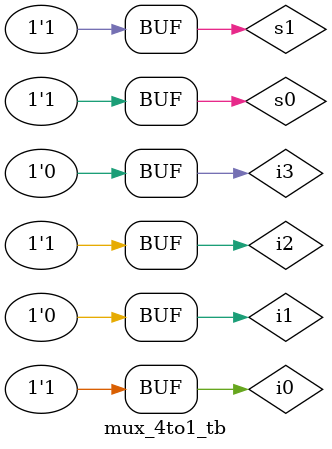
<source format=v>
module MUX_4TO1(i0,i1,i2,i3,s0,s1,o);
  input i0,i1,i2,i3,s0,s1;
  output o;
  wire w1,w2,w3,w4,w5,w6;
  
  not n1(w1,s0);
  not n2(w2,s1);
  and a1(w3,w1,w2,i0);
  and a2(w4,w2,s0,i1);
  and a3(w5,s1,w1,i2);
  and a4(w6,s1,s0,i3);
  or o1(o,w3,w4,w5,w6);
endmodule

module mux_4to1_tb;
  reg i0,i1,i2,i3,s0,s1;
  wire o;
  MUX_4TO1 m1(i0,i1,i2,i3,s0,s1,o);
  initial
    begin
      i0=1;
      i1=0;
      i2=1;
      i3=0;
      
       s1=0; s0=0;
     #50  s1=0; s0=1;
     #50  s1=1; s0=0;
     #50 s1=1; s0=1;
   end
   
   initial
   $monitor("Time=%d, i0=%d, i1=%d, i2=%d, i3=%d, s1=%d, s0=%d, o=%d",$time,i0,i1,i2,i3,s1,s0,o);
 endmodule

</source>
